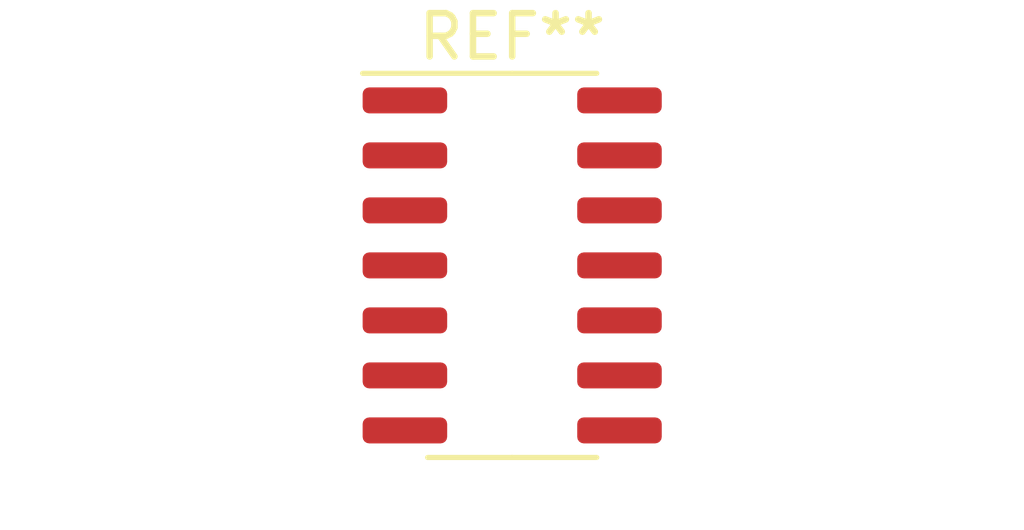
<source format=kicad_pcb>
(kicad_pcb (version 20221018) (generator pcbnew)
  (layers (0 "F.Cu" signal) (31 "B.Cu" signal) (34 "B.Paste" user) (35 "F.Paste" user) (36 "B.SilkS" user "B.Silkscreen") (37 "F.SilkS" user "F.Silkscreen") (38 "B.Mask" user) (39 "F.Mask" user) (44 "Edge.Cuts" user))
  (net 0 "")
  (footprint "Package_SO:SOIC-14_3.9x8.7mm_P1.27mm" (layer "F.Cu") (at 68.58 55.88)
    (fp_text reference "REF**" (at 0 -5.28) (layer "F.SilkS"))
    (fp_text value "SOIC-14_3.9x8.7mm_P1.27mm")
    (fp_line (start 0 -4.435) (end -3.45 -4.435) (stroke (width 0.12)) (layer "F.SilkS"))
    (fp_line (start 0 -4.435) (end 1.95 -4.435) (stroke (width 0.12)) (layer "F.SilkS"))
    (fp_line (start 0 4.435) (end -1.95 4.435) (stroke (width 0.12)) (layer "F.SilkS"))
    (fp_line (start 0 4.435) (end 1.95 4.435) (stroke (width 0.12)) (layer "F.SilkS"))
    (pad "1" smd roundrect (at -2.475 -3.81) (size 1.95 0.6) (layers "F.Cu" "F.Paste" "F.Mask"))
    (pad "2" smd roundrect (at -2.475 -2.54) (size 1.95 0.6) (layers "F.Cu" "F.Paste" "F.Mask"))
    (pad "3" smd roundrect (at -2.475 -1.27) (size 1.95 0.6) (layers "F.Cu" "F.Paste" "F.Mask"))
    (pad "4" smd roundrect (at -2.475 0) (size 1.95 0.6) (layers "F.Cu" "F.Paste" "F.Mask"))
    (pad "5" smd roundrect (at -2.475 1.27) (size 1.95 0.6) (layers "F.Cu" "F.Paste" "F.Mask"))
    (pad "6" smd roundrect (at -2.475 2.54) (size 1.95 0.6) (layers "F.Cu" "F.Paste" "F.Mask"))
    (pad "7" smd roundrect (at -2.475 3.81) (size 1.95 0.6) (layers "F.Cu" "F.Paste" "F.Mask"))
    (pad "8" smd roundrect (at 2.475 3.81) (size 1.95 0.6) (layers "F.Cu" "F.Paste" "F.Mask"))
    (pad "9" smd roundrect (at 2.475 2.54) (size 1.95 0.6) (layers "F.Cu" "F.Paste" "F.Mask"))
    (pad "10" smd roundrect (at 2.475 1.27) (size 1.95 0.6) (layers "F.Cu" "F.Paste" "F.Mask"))
    (pad "11" smd roundrect (at 2.475 0) (size 1.95 0.6) (layers "F.Cu" "F.Paste" "F.Mask"))
    (pad "12" smd roundrect (at 2.475 -1.27) (size 1.95 0.6) (layers "F.Cu" "F.Paste" "F.Mask"))
    (pad "13" smd roundrect (at 2.475 -2.54) (size 1.95 0.6) (layers "F.Cu" "F.Paste" "F.Mask"))
    (pad "14" smd roundrect (at 2.475 -3.81) (size 1.95 0.6) (layers "F.Cu" "F.Paste" "F.Mask"))
  )
)
</source>
